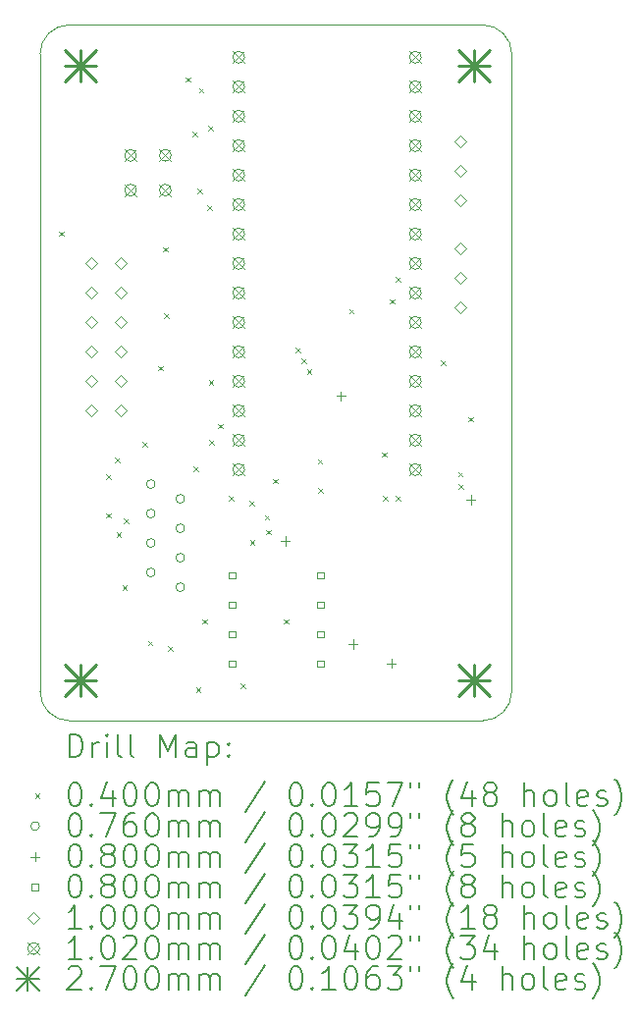
<source format=gbr>
%TF.GenerationSoftware,KiCad,Pcbnew,6.0.7*%
%TF.CreationDate,2022-09-24T12:22:22-05:00*%
%TF.ProjectId,Penguinator-Glue-Board,50656e67-7569-46e6-9174-6f722d476c75,rev?*%
%TF.SameCoordinates,Original*%
%TF.FileFunction,Drillmap*%
%TF.FilePolarity,Positive*%
%FSLAX45Y45*%
G04 Gerber Fmt 4.5, Leading zero omitted, Abs format (unit mm)*
G04 Created by KiCad (PCBNEW 6.0.7) date 2022-09-24 12:22:22*
%MOMM*%
%LPD*%
G01*
G04 APERTURE LIST*
%ADD10C,0.100000*%
%ADD11C,0.200000*%
%ADD12C,0.040000*%
%ADD13C,0.076000*%
%ADD14C,0.080000*%
%ADD15C,0.102000*%
%ADD16C,0.270000*%
G04 APERTURE END LIST*
D10*
X0Y-250000D02*
X0Y-5750000D01*
X4068220Y-250000D02*
G75*
G03*
X3818223Y0I-250000J0D01*
G01*
X250000Y-6000000D02*
X3818223Y-6000000D01*
X4068223Y-5750000D02*
X4068223Y-250000D01*
X250000Y0D02*
X3818223Y0D01*
X0Y-5750000D02*
G75*
G03*
X250000Y-6000000I250000J0D01*
G01*
X3818223Y-6000003D02*
G75*
G03*
X4068223Y-5750000I-3J250003D01*
G01*
X250000Y0D02*
G75*
G03*
X0Y-250000I0J-250000D01*
G01*
D11*
D12*
X165000Y-1780000D02*
X205000Y-1820000D01*
X205000Y-1780000D02*
X165000Y-1820000D01*
X567550Y-3875000D02*
X607550Y-3915000D01*
X607550Y-3875000D02*
X567550Y-3915000D01*
X570000Y-4210000D02*
X610000Y-4250000D01*
X610000Y-4210000D02*
X570000Y-4250000D01*
X645000Y-3730000D02*
X685000Y-3770000D01*
X685000Y-3730000D02*
X645000Y-3770000D01*
X657450Y-4376883D02*
X697450Y-4416883D01*
X697450Y-4376883D02*
X657450Y-4416883D01*
X710000Y-4835000D02*
X750000Y-4875000D01*
X750000Y-4835000D02*
X710000Y-4875000D01*
X723701Y-4255659D02*
X763701Y-4295659D01*
X763701Y-4255659D02*
X723701Y-4295659D01*
X882528Y-3597032D02*
X922528Y-3637032D01*
X922528Y-3597032D02*
X882528Y-3637032D01*
X930000Y-5310000D02*
X970000Y-5350000D01*
X970000Y-5310000D02*
X930000Y-5350000D01*
X1020000Y-2940000D02*
X1060000Y-2980000D01*
X1060000Y-2940000D02*
X1020000Y-2980000D01*
X1060000Y-1915000D02*
X1100000Y-1955000D01*
X1100000Y-1915000D02*
X1060000Y-1955000D01*
X1070000Y-2485000D02*
X1110000Y-2525000D01*
X1110000Y-2485000D02*
X1070000Y-2525000D01*
X1105000Y-5360000D02*
X1145000Y-5400000D01*
X1145000Y-5360000D02*
X1105000Y-5400000D01*
X1255000Y-450000D02*
X1295000Y-490000D01*
X1295000Y-450000D02*
X1255000Y-490000D01*
X1315000Y-920000D02*
X1355000Y-960000D01*
X1355000Y-920000D02*
X1315000Y-960000D01*
X1322550Y-3806311D02*
X1362550Y-3846311D01*
X1362550Y-3806311D02*
X1322550Y-3846311D01*
X1345000Y-5715000D02*
X1385000Y-5755000D01*
X1385000Y-5715000D02*
X1345000Y-5755000D01*
X1355000Y-1415000D02*
X1395000Y-1455000D01*
X1395000Y-1415000D02*
X1355000Y-1455000D01*
X1370000Y-545000D02*
X1410000Y-585000D01*
X1410000Y-545000D02*
X1370000Y-585000D01*
X1400000Y-5125000D02*
X1440000Y-5165000D01*
X1440000Y-5125000D02*
X1400000Y-5165000D01*
X1440000Y-1555000D02*
X1480000Y-1595000D01*
X1480000Y-1555000D02*
X1440000Y-1595000D01*
X1450000Y-870000D02*
X1490000Y-910000D01*
X1490000Y-870000D02*
X1450000Y-910000D01*
X1455000Y-3060000D02*
X1495000Y-3100000D01*
X1495000Y-3060000D02*
X1455000Y-3100000D01*
X1457550Y-3579720D02*
X1497550Y-3619720D01*
X1497550Y-3579720D02*
X1457550Y-3619720D01*
X1535000Y-3440000D02*
X1575000Y-3480000D01*
X1575000Y-3440000D02*
X1535000Y-3480000D01*
X1630000Y-4060000D02*
X1670000Y-4100000D01*
X1670000Y-4060000D02*
X1630000Y-4100000D01*
X1730000Y-5680000D02*
X1770000Y-5720000D01*
X1770000Y-5680000D02*
X1730000Y-5720000D01*
X1805000Y-4105000D02*
X1845000Y-4145000D01*
X1845000Y-4105000D02*
X1805000Y-4145000D01*
X1810000Y-4445000D02*
X1850000Y-4485000D01*
X1850000Y-4445000D02*
X1810000Y-4485000D01*
X1936921Y-4227610D02*
X1976921Y-4267610D01*
X1976921Y-4227610D02*
X1936921Y-4267610D01*
X1950000Y-4355000D02*
X1990000Y-4395000D01*
X1990000Y-4355000D02*
X1950000Y-4395000D01*
X2010000Y-3915000D02*
X2050000Y-3955000D01*
X2050000Y-3915000D02*
X2010000Y-3955000D01*
X2105000Y-5125000D02*
X2145000Y-5165000D01*
X2145000Y-5125000D02*
X2105000Y-5165000D01*
X2204032Y-2783257D02*
X2244032Y-2823257D01*
X2244032Y-2783257D02*
X2204032Y-2823257D01*
X2255000Y-2875000D02*
X2295000Y-2915000D01*
X2295000Y-2875000D02*
X2255000Y-2915000D01*
X2300000Y-2970000D02*
X2340000Y-3010000D01*
X2340000Y-2970000D02*
X2300000Y-3010000D01*
X2394417Y-3745412D02*
X2434417Y-3785412D01*
X2434417Y-3745412D02*
X2394417Y-3785412D01*
X2400000Y-3995000D02*
X2440000Y-4035000D01*
X2440000Y-3995000D02*
X2400000Y-4035000D01*
X2665000Y-2450000D02*
X2705000Y-2490000D01*
X2705000Y-2450000D02*
X2665000Y-2490000D01*
X2950000Y-3685000D02*
X2990000Y-3725000D01*
X2990000Y-3685000D02*
X2950000Y-3725000D01*
X2955951Y-4060482D02*
X2995951Y-4100482D01*
X2995951Y-4060482D02*
X2955951Y-4100482D01*
X3015000Y-2365000D02*
X3055000Y-2405000D01*
X3055000Y-2365000D02*
X3015000Y-2405000D01*
X3065000Y-2175000D02*
X3105000Y-2215000D01*
X3105000Y-2175000D02*
X3065000Y-2215000D01*
X3065000Y-4060000D02*
X3105000Y-4100000D01*
X3105000Y-4060000D02*
X3065000Y-4100000D01*
X3455000Y-2895000D02*
X3495000Y-2935000D01*
X3495000Y-2895000D02*
X3455000Y-2935000D01*
X3605000Y-3855000D02*
X3645000Y-3895000D01*
X3645000Y-3855000D02*
X3605000Y-3895000D01*
X3608465Y-3961065D02*
X3648465Y-4001065D01*
X3648465Y-3961065D02*
X3608465Y-4001065D01*
X3695000Y-3380000D02*
X3735000Y-3420000D01*
X3735000Y-3380000D02*
X3695000Y-3420000D01*
D13*
X993000Y-3960000D02*
G75*
G03*
X993000Y-3960000I-38000J0D01*
G01*
X993000Y-4214000D02*
G75*
G03*
X993000Y-4214000I-38000J0D01*
G01*
X993000Y-4468000D02*
G75*
G03*
X993000Y-4468000I-38000J0D01*
G01*
X993000Y-4722000D02*
G75*
G03*
X993000Y-4722000I-38000J0D01*
G01*
X1247000Y-4087000D02*
G75*
G03*
X1247000Y-4087000I-38000J0D01*
G01*
X1247000Y-4341000D02*
G75*
G03*
X1247000Y-4341000I-38000J0D01*
G01*
X1247000Y-4595000D02*
G75*
G03*
X1247000Y-4595000I-38000J0D01*
G01*
X1247000Y-4849000D02*
G75*
G03*
X1247000Y-4849000I-38000J0D01*
G01*
D14*
X2115000Y-4410000D02*
X2115000Y-4490000D01*
X2075000Y-4450000D02*
X2155000Y-4450000D01*
X2595000Y-3160000D02*
X2595000Y-3240000D01*
X2555000Y-3200000D02*
X2635000Y-3200000D01*
X2700000Y-5300000D02*
X2700000Y-5380000D01*
X2660000Y-5340000D02*
X2740000Y-5340000D01*
X3030000Y-5465000D02*
X3030000Y-5545000D01*
X2990000Y-5505000D02*
X3070000Y-5505000D01*
X3715000Y-4055000D02*
X3715000Y-4135000D01*
X3675000Y-4095000D02*
X3755000Y-4095000D01*
X1683784Y-4776285D02*
X1683784Y-4719716D01*
X1627215Y-4719716D01*
X1627215Y-4776285D01*
X1683784Y-4776285D01*
X1683784Y-5030285D02*
X1683784Y-4973716D01*
X1627215Y-4973716D01*
X1627215Y-5030285D01*
X1683784Y-5030285D01*
X1683784Y-5284285D02*
X1683784Y-5227716D01*
X1627215Y-5227716D01*
X1627215Y-5284285D01*
X1683784Y-5284285D01*
X1683784Y-5538285D02*
X1683784Y-5481716D01*
X1627215Y-5481716D01*
X1627215Y-5538285D01*
X1683784Y-5538285D01*
X2445785Y-4776285D02*
X2445785Y-4719716D01*
X2389216Y-4719716D01*
X2389216Y-4776285D01*
X2445785Y-4776285D01*
X2445785Y-5030285D02*
X2445785Y-4973716D01*
X2389216Y-4973716D01*
X2389216Y-5030285D01*
X2445785Y-5030285D01*
X2445785Y-5284285D02*
X2445785Y-5227716D01*
X2389216Y-5227716D01*
X2389216Y-5284285D01*
X2445785Y-5284285D01*
X2445785Y-5538285D02*
X2445785Y-5481716D01*
X2389216Y-5481716D01*
X2389216Y-5538285D01*
X2445785Y-5538285D01*
D10*
X442500Y-2105000D02*
X492500Y-2055000D01*
X442500Y-2005000D01*
X392500Y-2055000D01*
X442500Y-2105000D01*
X442500Y-2359000D02*
X492500Y-2309000D01*
X442500Y-2259000D01*
X392500Y-2309000D01*
X442500Y-2359000D01*
X442500Y-2613000D02*
X492500Y-2563000D01*
X442500Y-2513000D01*
X392500Y-2563000D01*
X442500Y-2613000D01*
X442500Y-2867000D02*
X492500Y-2817000D01*
X442500Y-2767000D01*
X392500Y-2817000D01*
X442500Y-2867000D01*
X442500Y-3121000D02*
X492500Y-3071000D01*
X442500Y-3021000D01*
X392500Y-3071000D01*
X442500Y-3121000D01*
X442500Y-3375000D02*
X492500Y-3325000D01*
X442500Y-3275000D01*
X392500Y-3325000D01*
X442500Y-3375000D01*
X696500Y-2105000D02*
X746500Y-2055000D01*
X696500Y-2005000D01*
X646500Y-2055000D01*
X696500Y-2105000D01*
X696500Y-2359000D02*
X746500Y-2309000D01*
X696500Y-2259000D01*
X646500Y-2309000D01*
X696500Y-2359000D01*
X696500Y-2613000D02*
X746500Y-2563000D01*
X696500Y-2513000D01*
X646500Y-2563000D01*
X696500Y-2613000D01*
X696500Y-2867000D02*
X746500Y-2817000D01*
X696500Y-2767000D01*
X646500Y-2817000D01*
X696500Y-2867000D01*
X696500Y-3121000D02*
X746500Y-3071000D01*
X696500Y-3021000D01*
X646500Y-3071000D01*
X696500Y-3121000D01*
X696500Y-3375000D02*
X746500Y-3325000D01*
X696500Y-3275000D01*
X646500Y-3325000D01*
X696500Y-3375000D01*
X3622500Y-1980000D02*
X3672500Y-1930000D01*
X3622500Y-1880000D01*
X3572500Y-1930000D01*
X3622500Y-1980000D01*
X3622500Y-2234000D02*
X3672500Y-2184000D01*
X3622500Y-2134000D01*
X3572500Y-2184000D01*
X3622500Y-2234000D01*
X3622500Y-2488000D02*
X3672500Y-2438000D01*
X3622500Y-2388000D01*
X3572500Y-2438000D01*
X3622500Y-2488000D01*
X3625000Y-1055000D02*
X3675000Y-1005000D01*
X3625000Y-955000D01*
X3575000Y-1005000D01*
X3625000Y-1055000D01*
X3625000Y-1309000D02*
X3675000Y-1259000D01*
X3625000Y-1209000D01*
X3575000Y-1259000D01*
X3625000Y-1309000D01*
X3625000Y-1563000D02*
X3675000Y-1513000D01*
X3625000Y-1463000D01*
X3575000Y-1513000D01*
X3625000Y-1563000D01*
D15*
X729000Y-1074000D02*
X831000Y-1176000D01*
X831000Y-1074000D02*
X729000Y-1176000D01*
X831000Y-1125000D02*
G75*
G03*
X831000Y-1125000I-51000J0D01*
G01*
X729000Y-1374000D02*
X831000Y-1476000D01*
X831000Y-1374000D02*
X729000Y-1476000D01*
X831000Y-1425000D02*
G75*
G03*
X831000Y-1425000I-51000J0D01*
G01*
X1029000Y-1074000D02*
X1131000Y-1176000D01*
X1131000Y-1074000D02*
X1029000Y-1176000D01*
X1131000Y-1125000D02*
G75*
G03*
X1131000Y-1125000I-51000J0D01*
G01*
X1029000Y-1374000D02*
X1131000Y-1476000D01*
X1131000Y-1374000D02*
X1029000Y-1476000D01*
X1131000Y-1425000D02*
G75*
G03*
X1131000Y-1425000I-51000J0D01*
G01*
X1662000Y-227500D02*
X1764000Y-329500D01*
X1764000Y-227500D02*
X1662000Y-329500D01*
X1764000Y-278500D02*
G75*
G03*
X1764000Y-278500I-51000J0D01*
G01*
X1662000Y-481500D02*
X1764000Y-583500D01*
X1764000Y-481500D02*
X1662000Y-583500D01*
X1764000Y-532500D02*
G75*
G03*
X1764000Y-532500I-51000J0D01*
G01*
X1662000Y-735500D02*
X1764000Y-837500D01*
X1764000Y-735500D02*
X1662000Y-837500D01*
X1764000Y-786500D02*
G75*
G03*
X1764000Y-786500I-51000J0D01*
G01*
X1662000Y-989500D02*
X1764000Y-1091500D01*
X1764000Y-989500D02*
X1662000Y-1091500D01*
X1764000Y-1040500D02*
G75*
G03*
X1764000Y-1040500I-51000J0D01*
G01*
X1662000Y-1243500D02*
X1764000Y-1345500D01*
X1764000Y-1243500D02*
X1662000Y-1345500D01*
X1764000Y-1294500D02*
G75*
G03*
X1764000Y-1294500I-51000J0D01*
G01*
X1662000Y-1497500D02*
X1764000Y-1599500D01*
X1764000Y-1497500D02*
X1662000Y-1599500D01*
X1764000Y-1548500D02*
G75*
G03*
X1764000Y-1548500I-51000J0D01*
G01*
X1662000Y-1751500D02*
X1764000Y-1853500D01*
X1764000Y-1751500D02*
X1662000Y-1853500D01*
X1764000Y-1802500D02*
G75*
G03*
X1764000Y-1802500I-51000J0D01*
G01*
X1662000Y-2005500D02*
X1764000Y-2107500D01*
X1764000Y-2005500D02*
X1662000Y-2107500D01*
X1764000Y-2056500D02*
G75*
G03*
X1764000Y-2056500I-51000J0D01*
G01*
X1662000Y-2259500D02*
X1764000Y-2361500D01*
X1764000Y-2259500D02*
X1662000Y-2361500D01*
X1764000Y-2310500D02*
G75*
G03*
X1764000Y-2310500I-51000J0D01*
G01*
X1662000Y-2513500D02*
X1764000Y-2615500D01*
X1764000Y-2513500D02*
X1662000Y-2615500D01*
X1764000Y-2564500D02*
G75*
G03*
X1764000Y-2564500I-51000J0D01*
G01*
X1662000Y-2767500D02*
X1764000Y-2869500D01*
X1764000Y-2767500D02*
X1662000Y-2869500D01*
X1764000Y-2818500D02*
G75*
G03*
X1764000Y-2818500I-51000J0D01*
G01*
X1662000Y-3021500D02*
X1764000Y-3123500D01*
X1764000Y-3021500D02*
X1662000Y-3123500D01*
X1764000Y-3072500D02*
G75*
G03*
X1764000Y-3072500I-51000J0D01*
G01*
X1662000Y-3275500D02*
X1764000Y-3377500D01*
X1764000Y-3275500D02*
X1662000Y-3377500D01*
X1764000Y-3326500D02*
G75*
G03*
X1764000Y-3326500I-51000J0D01*
G01*
X1662000Y-3529500D02*
X1764000Y-3631500D01*
X1764000Y-3529500D02*
X1662000Y-3631500D01*
X1764000Y-3580500D02*
G75*
G03*
X1764000Y-3580500I-51000J0D01*
G01*
X1662000Y-3783500D02*
X1764000Y-3885500D01*
X1764000Y-3783500D02*
X1662000Y-3885500D01*
X1764000Y-3834500D02*
G75*
G03*
X1764000Y-3834500I-51000J0D01*
G01*
X3186000Y-227500D02*
X3288000Y-329500D01*
X3288000Y-227500D02*
X3186000Y-329500D01*
X3288000Y-278500D02*
G75*
G03*
X3288000Y-278500I-51000J0D01*
G01*
X3186000Y-481500D02*
X3288000Y-583500D01*
X3288000Y-481500D02*
X3186000Y-583500D01*
X3288000Y-532500D02*
G75*
G03*
X3288000Y-532500I-51000J0D01*
G01*
X3186000Y-735500D02*
X3288000Y-837500D01*
X3288000Y-735500D02*
X3186000Y-837500D01*
X3288000Y-786500D02*
G75*
G03*
X3288000Y-786500I-51000J0D01*
G01*
X3186000Y-989500D02*
X3288000Y-1091500D01*
X3288000Y-989500D02*
X3186000Y-1091500D01*
X3288000Y-1040500D02*
G75*
G03*
X3288000Y-1040500I-51000J0D01*
G01*
X3186000Y-1243500D02*
X3288000Y-1345500D01*
X3288000Y-1243500D02*
X3186000Y-1345500D01*
X3288000Y-1294500D02*
G75*
G03*
X3288000Y-1294500I-51000J0D01*
G01*
X3186000Y-1497500D02*
X3288000Y-1599500D01*
X3288000Y-1497500D02*
X3186000Y-1599500D01*
X3288000Y-1548500D02*
G75*
G03*
X3288000Y-1548500I-51000J0D01*
G01*
X3186000Y-1751500D02*
X3288000Y-1853500D01*
X3288000Y-1751500D02*
X3186000Y-1853500D01*
X3288000Y-1802500D02*
G75*
G03*
X3288000Y-1802500I-51000J0D01*
G01*
X3186000Y-2005500D02*
X3288000Y-2107500D01*
X3288000Y-2005500D02*
X3186000Y-2107500D01*
X3288000Y-2056500D02*
G75*
G03*
X3288000Y-2056500I-51000J0D01*
G01*
X3186000Y-2259500D02*
X3288000Y-2361500D01*
X3288000Y-2259500D02*
X3186000Y-2361500D01*
X3288000Y-2310500D02*
G75*
G03*
X3288000Y-2310500I-51000J0D01*
G01*
X3186000Y-2513500D02*
X3288000Y-2615500D01*
X3288000Y-2513500D02*
X3186000Y-2615500D01*
X3288000Y-2564500D02*
G75*
G03*
X3288000Y-2564500I-51000J0D01*
G01*
X3186000Y-2767500D02*
X3288000Y-2869500D01*
X3288000Y-2767500D02*
X3186000Y-2869500D01*
X3288000Y-2818500D02*
G75*
G03*
X3288000Y-2818500I-51000J0D01*
G01*
X3186000Y-3021500D02*
X3288000Y-3123500D01*
X3288000Y-3021500D02*
X3186000Y-3123500D01*
X3288000Y-3072500D02*
G75*
G03*
X3288000Y-3072500I-51000J0D01*
G01*
X3186000Y-3275500D02*
X3288000Y-3377500D01*
X3288000Y-3275500D02*
X3186000Y-3377500D01*
X3288000Y-3326500D02*
G75*
G03*
X3288000Y-3326500I-51000J0D01*
G01*
X3186000Y-3529500D02*
X3288000Y-3631500D01*
X3288000Y-3529500D02*
X3186000Y-3631500D01*
X3288000Y-3580500D02*
G75*
G03*
X3288000Y-3580500I-51000J0D01*
G01*
X3186000Y-3783500D02*
X3288000Y-3885500D01*
X3288000Y-3783500D02*
X3186000Y-3885500D01*
X3288000Y-3834500D02*
G75*
G03*
X3288000Y-3834500I-51000J0D01*
G01*
D16*
X215000Y-215000D02*
X485000Y-485000D01*
X485000Y-215000D02*
X215000Y-485000D01*
X350000Y-215000D02*
X350000Y-485000D01*
X215000Y-350000D02*
X485000Y-350000D01*
X215000Y-5515000D02*
X485000Y-5785000D01*
X485000Y-5515000D02*
X215000Y-5785000D01*
X350000Y-5515000D02*
X350000Y-5785000D01*
X215000Y-5650000D02*
X485000Y-5650000D01*
X3605000Y-215000D02*
X3875000Y-485000D01*
X3875000Y-215000D02*
X3605000Y-485000D01*
X3740000Y-215000D02*
X3740000Y-485000D01*
X3605000Y-350000D02*
X3875000Y-350000D01*
X3605000Y-5515000D02*
X3875000Y-5785000D01*
X3875000Y-5515000D02*
X3605000Y-5785000D01*
X3740000Y-5515000D02*
X3740000Y-5785000D01*
X3605000Y-5650000D02*
X3875000Y-5650000D01*
D11*
X252619Y-6315476D02*
X252619Y-6115476D01*
X300238Y-6115476D01*
X328810Y-6125000D01*
X347857Y-6144048D01*
X357381Y-6163095D01*
X366905Y-6201190D01*
X366905Y-6229762D01*
X357381Y-6267857D01*
X347857Y-6286905D01*
X328810Y-6305952D01*
X300238Y-6315476D01*
X252619Y-6315476D01*
X452619Y-6315476D02*
X452619Y-6182143D01*
X452619Y-6220238D02*
X462143Y-6201190D01*
X471667Y-6191667D01*
X490714Y-6182143D01*
X509762Y-6182143D01*
X576429Y-6315476D02*
X576429Y-6182143D01*
X576429Y-6115476D02*
X566905Y-6125000D01*
X576429Y-6134524D01*
X585952Y-6125000D01*
X576429Y-6115476D01*
X576429Y-6134524D01*
X700238Y-6315476D02*
X681190Y-6305952D01*
X671667Y-6286905D01*
X671667Y-6115476D01*
X805000Y-6315476D02*
X785952Y-6305952D01*
X776428Y-6286905D01*
X776428Y-6115476D01*
X1033571Y-6315476D02*
X1033571Y-6115476D01*
X1100238Y-6258333D01*
X1166905Y-6115476D01*
X1166905Y-6315476D01*
X1347857Y-6315476D02*
X1347857Y-6210714D01*
X1338333Y-6191667D01*
X1319286Y-6182143D01*
X1281190Y-6182143D01*
X1262143Y-6191667D01*
X1347857Y-6305952D02*
X1328810Y-6315476D01*
X1281190Y-6315476D01*
X1262143Y-6305952D01*
X1252619Y-6286905D01*
X1252619Y-6267857D01*
X1262143Y-6248809D01*
X1281190Y-6239286D01*
X1328810Y-6239286D01*
X1347857Y-6229762D01*
X1443095Y-6182143D02*
X1443095Y-6382143D01*
X1443095Y-6191667D02*
X1462143Y-6182143D01*
X1500238Y-6182143D01*
X1519286Y-6191667D01*
X1528809Y-6201190D01*
X1538333Y-6220238D01*
X1538333Y-6277381D01*
X1528809Y-6296428D01*
X1519286Y-6305952D01*
X1500238Y-6315476D01*
X1462143Y-6315476D01*
X1443095Y-6305952D01*
X1624048Y-6296428D02*
X1633571Y-6305952D01*
X1624048Y-6315476D01*
X1614524Y-6305952D01*
X1624048Y-6296428D01*
X1624048Y-6315476D01*
X1624048Y-6191667D02*
X1633571Y-6201190D01*
X1624048Y-6210714D01*
X1614524Y-6201190D01*
X1624048Y-6191667D01*
X1624048Y-6210714D01*
D12*
X-45000Y-6625000D02*
X-5000Y-6665000D01*
X-5000Y-6625000D02*
X-45000Y-6665000D01*
D11*
X290714Y-6535476D02*
X309762Y-6535476D01*
X328810Y-6545000D01*
X338333Y-6554524D01*
X347857Y-6573571D01*
X357381Y-6611667D01*
X357381Y-6659286D01*
X347857Y-6697381D01*
X338333Y-6716428D01*
X328810Y-6725952D01*
X309762Y-6735476D01*
X290714Y-6735476D01*
X271667Y-6725952D01*
X262143Y-6716428D01*
X252619Y-6697381D01*
X243095Y-6659286D01*
X243095Y-6611667D01*
X252619Y-6573571D01*
X262143Y-6554524D01*
X271667Y-6545000D01*
X290714Y-6535476D01*
X443095Y-6716428D02*
X452619Y-6725952D01*
X443095Y-6735476D01*
X433571Y-6725952D01*
X443095Y-6716428D01*
X443095Y-6735476D01*
X624048Y-6602143D02*
X624048Y-6735476D01*
X576429Y-6525952D02*
X528810Y-6668809D01*
X652619Y-6668809D01*
X766905Y-6535476D02*
X785952Y-6535476D01*
X805000Y-6545000D01*
X814524Y-6554524D01*
X824048Y-6573571D01*
X833571Y-6611667D01*
X833571Y-6659286D01*
X824048Y-6697381D01*
X814524Y-6716428D01*
X805000Y-6725952D01*
X785952Y-6735476D01*
X766905Y-6735476D01*
X747857Y-6725952D01*
X738333Y-6716428D01*
X728809Y-6697381D01*
X719286Y-6659286D01*
X719286Y-6611667D01*
X728809Y-6573571D01*
X738333Y-6554524D01*
X747857Y-6545000D01*
X766905Y-6535476D01*
X957381Y-6535476D02*
X976428Y-6535476D01*
X995476Y-6545000D01*
X1005000Y-6554524D01*
X1014524Y-6573571D01*
X1024048Y-6611667D01*
X1024048Y-6659286D01*
X1014524Y-6697381D01*
X1005000Y-6716428D01*
X995476Y-6725952D01*
X976428Y-6735476D01*
X957381Y-6735476D01*
X938333Y-6725952D01*
X928809Y-6716428D01*
X919286Y-6697381D01*
X909762Y-6659286D01*
X909762Y-6611667D01*
X919286Y-6573571D01*
X928809Y-6554524D01*
X938333Y-6545000D01*
X957381Y-6535476D01*
X1109762Y-6735476D02*
X1109762Y-6602143D01*
X1109762Y-6621190D02*
X1119286Y-6611667D01*
X1138333Y-6602143D01*
X1166905Y-6602143D01*
X1185952Y-6611667D01*
X1195476Y-6630714D01*
X1195476Y-6735476D01*
X1195476Y-6630714D02*
X1205000Y-6611667D01*
X1224048Y-6602143D01*
X1252619Y-6602143D01*
X1271667Y-6611667D01*
X1281190Y-6630714D01*
X1281190Y-6735476D01*
X1376429Y-6735476D02*
X1376429Y-6602143D01*
X1376429Y-6621190D02*
X1385952Y-6611667D01*
X1405000Y-6602143D01*
X1433571Y-6602143D01*
X1452619Y-6611667D01*
X1462143Y-6630714D01*
X1462143Y-6735476D01*
X1462143Y-6630714D02*
X1471667Y-6611667D01*
X1490714Y-6602143D01*
X1519286Y-6602143D01*
X1538333Y-6611667D01*
X1547857Y-6630714D01*
X1547857Y-6735476D01*
X1938333Y-6525952D02*
X1766905Y-6783095D01*
X2195476Y-6535476D02*
X2214524Y-6535476D01*
X2233571Y-6545000D01*
X2243095Y-6554524D01*
X2252619Y-6573571D01*
X2262143Y-6611667D01*
X2262143Y-6659286D01*
X2252619Y-6697381D01*
X2243095Y-6716428D01*
X2233571Y-6725952D01*
X2214524Y-6735476D01*
X2195476Y-6735476D01*
X2176429Y-6725952D01*
X2166905Y-6716428D01*
X2157381Y-6697381D01*
X2147857Y-6659286D01*
X2147857Y-6611667D01*
X2157381Y-6573571D01*
X2166905Y-6554524D01*
X2176429Y-6545000D01*
X2195476Y-6535476D01*
X2347857Y-6716428D02*
X2357381Y-6725952D01*
X2347857Y-6735476D01*
X2338333Y-6725952D01*
X2347857Y-6716428D01*
X2347857Y-6735476D01*
X2481190Y-6535476D02*
X2500238Y-6535476D01*
X2519286Y-6545000D01*
X2528810Y-6554524D01*
X2538333Y-6573571D01*
X2547857Y-6611667D01*
X2547857Y-6659286D01*
X2538333Y-6697381D01*
X2528810Y-6716428D01*
X2519286Y-6725952D01*
X2500238Y-6735476D01*
X2481190Y-6735476D01*
X2462143Y-6725952D01*
X2452619Y-6716428D01*
X2443095Y-6697381D01*
X2433571Y-6659286D01*
X2433571Y-6611667D01*
X2443095Y-6573571D01*
X2452619Y-6554524D01*
X2462143Y-6545000D01*
X2481190Y-6535476D01*
X2738333Y-6735476D02*
X2624048Y-6735476D01*
X2681190Y-6735476D02*
X2681190Y-6535476D01*
X2662143Y-6564048D01*
X2643095Y-6583095D01*
X2624048Y-6592619D01*
X2919286Y-6535476D02*
X2824048Y-6535476D01*
X2814524Y-6630714D01*
X2824048Y-6621190D01*
X2843095Y-6611667D01*
X2890714Y-6611667D01*
X2909762Y-6621190D01*
X2919286Y-6630714D01*
X2928809Y-6649762D01*
X2928809Y-6697381D01*
X2919286Y-6716428D01*
X2909762Y-6725952D01*
X2890714Y-6735476D01*
X2843095Y-6735476D01*
X2824048Y-6725952D01*
X2814524Y-6716428D01*
X2995476Y-6535476D02*
X3128809Y-6535476D01*
X3043095Y-6735476D01*
X3195476Y-6535476D02*
X3195476Y-6573571D01*
X3271667Y-6535476D02*
X3271667Y-6573571D01*
X3566905Y-6811667D02*
X3557381Y-6802143D01*
X3538333Y-6773571D01*
X3528809Y-6754524D01*
X3519286Y-6725952D01*
X3509762Y-6678333D01*
X3509762Y-6640238D01*
X3519286Y-6592619D01*
X3528809Y-6564048D01*
X3538333Y-6545000D01*
X3557381Y-6516428D01*
X3566905Y-6506905D01*
X3728809Y-6602143D02*
X3728809Y-6735476D01*
X3681190Y-6525952D02*
X3633571Y-6668809D01*
X3757381Y-6668809D01*
X3862143Y-6621190D02*
X3843095Y-6611667D01*
X3833571Y-6602143D01*
X3824048Y-6583095D01*
X3824048Y-6573571D01*
X3833571Y-6554524D01*
X3843095Y-6545000D01*
X3862143Y-6535476D01*
X3900238Y-6535476D01*
X3919286Y-6545000D01*
X3928809Y-6554524D01*
X3938333Y-6573571D01*
X3938333Y-6583095D01*
X3928809Y-6602143D01*
X3919286Y-6611667D01*
X3900238Y-6621190D01*
X3862143Y-6621190D01*
X3843095Y-6630714D01*
X3833571Y-6640238D01*
X3824048Y-6659286D01*
X3824048Y-6697381D01*
X3833571Y-6716428D01*
X3843095Y-6725952D01*
X3862143Y-6735476D01*
X3900238Y-6735476D01*
X3919286Y-6725952D01*
X3928809Y-6716428D01*
X3938333Y-6697381D01*
X3938333Y-6659286D01*
X3928809Y-6640238D01*
X3919286Y-6630714D01*
X3900238Y-6621190D01*
X4176428Y-6735476D02*
X4176428Y-6535476D01*
X4262143Y-6735476D02*
X4262143Y-6630714D01*
X4252619Y-6611667D01*
X4233571Y-6602143D01*
X4205000Y-6602143D01*
X4185952Y-6611667D01*
X4176428Y-6621190D01*
X4385952Y-6735476D02*
X4366905Y-6725952D01*
X4357381Y-6716428D01*
X4347857Y-6697381D01*
X4347857Y-6640238D01*
X4357381Y-6621190D01*
X4366905Y-6611667D01*
X4385952Y-6602143D01*
X4414524Y-6602143D01*
X4433571Y-6611667D01*
X4443095Y-6621190D01*
X4452619Y-6640238D01*
X4452619Y-6697381D01*
X4443095Y-6716428D01*
X4433571Y-6725952D01*
X4414524Y-6735476D01*
X4385952Y-6735476D01*
X4566905Y-6735476D02*
X4547857Y-6725952D01*
X4538333Y-6706905D01*
X4538333Y-6535476D01*
X4719286Y-6725952D02*
X4700238Y-6735476D01*
X4662143Y-6735476D01*
X4643095Y-6725952D01*
X4633571Y-6706905D01*
X4633571Y-6630714D01*
X4643095Y-6611667D01*
X4662143Y-6602143D01*
X4700238Y-6602143D01*
X4719286Y-6611667D01*
X4728810Y-6630714D01*
X4728810Y-6649762D01*
X4633571Y-6668809D01*
X4805000Y-6725952D02*
X4824048Y-6735476D01*
X4862143Y-6735476D01*
X4881190Y-6725952D01*
X4890714Y-6706905D01*
X4890714Y-6697381D01*
X4881190Y-6678333D01*
X4862143Y-6668809D01*
X4833571Y-6668809D01*
X4814524Y-6659286D01*
X4805000Y-6640238D01*
X4805000Y-6630714D01*
X4814524Y-6611667D01*
X4833571Y-6602143D01*
X4862143Y-6602143D01*
X4881190Y-6611667D01*
X4957381Y-6811667D02*
X4966905Y-6802143D01*
X4985952Y-6773571D01*
X4995476Y-6754524D01*
X5005000Y-6725952D01*
X5014524Y-6678333D01*
X5014524Y-6640238D01*
X5005000Y-6592619D01*
X4995476Y-6564048D01*
X4985952Y-6545000D01*
X4966905Y-6516428D01*
X4957381Y-6506905D01*
D13*
X-5000Y-6909000D02*
G75*
G03*
X-5000Y-6909000I-38000J0D01*
G01*
D11*
X290714Y-6799476D02*
X309762Y-6799476D01*
X328810Y-6809000D01*
X338333Y-6818524D01*
X347857Y-6837571D01*
X357381Y-6875667D01*
X357381Y-6923286D01*
X347857Y-6961381D01*
X338333Y-6980428D01*
X328810Y-6989952D01*
X309762Y-6999476D01*
X290714Y-6999476D01*
X271667Y-6989952D01*
X262143Y-6980428D01*
X252619Y-6961381D01*
X243095Y-6923286D01*
X243095Y-6875667D01*
X252619Y-6837571D01*
X262143Y-6818524D01*
X271667Y-6809000D01*
X290714Y-6799476D01*
X443095Y-6980428D02*
X452619Y-6989952D01*
X443095Y-6999476D01*
X433571Y-6989952D01*
X443095Y-6980428D01*
X443095Y-6999476D01*
X519286Y-6799476D02*
X652619Y-6799476D01*
X566905Y-6999476D01*
X814524Y-6799476D02*
X776428Y-6799476D01*
X757381Y-6809000D01*
X747857Y-6818524D01*
X728809Y-6847095D01*
X719286Y-6885190D01*
X719286Y-6961381D01*
X728809Y-6980428D01*
X738333Y-6989952D01*
X757381Y-6999476D01*
X795476Y-6999476D01*
X814524Y-6989952D01*
X824048Y-6980428D01*
X833571Y-6961381D01*
X833571Y-6913762D01*
X824048Y-6894714D01*
X814524Y-6885190D01*
X795476Y-6875667D01*
X757381Y-6875667D01*
X738333Y-6885190D01*
X728809Y-6894714D01*
X719286Y-6913762D01*
X957381Y-6799476D02*
X976428Y-6799476D01*
X995476Y-6809000D01*
X1005000Y-6818524D01*
X1014524Y-6837571D01*
X1024048Y-6875667D01*
X1024048Y-6923286D01*
X1014524Y-6961381D01*
X1005000Y-6980428D01*
X995476Y-6989952D01*
X976428Y-6999476D01*
X957381Y-6999476D01*
X938333Y-6989952D01*
X928809Y-6980428D01*
X919286Y-6961381D01*
X909762Y-6923286D01*
X909762Y-6875667D01*
X919286Y-6837571D01*
X928809Y-6818524D01*
X938333Y-6809000D01*
X957381Y-6799476D01*
X1109762Y-6999476D02*
X1109762Y-6866143D01*
X1109762Y-6885190D02*
X1119286Y-6875667D01*
X1138333Y-6866143D01*
X1166905Y-6866143D01*
X1185952Y-6875667D01*
X1195476Y-6894714D01*
X1195476Y-6999476D01*
X1195476Y-6894714D02*
X1205000Y-6875667D01*
X1224048Y-6866143D01*
X1252619Y-6866143D01*
X1271667Y-6875667D01*
X1281190Y-6894714D01*
X1281190Y-6999476D01*
X1376429Y-6999476D02*
X1376429Y-6866143D01*
X1376429Y-6885190D02*
X1385952Y-6875667D01*
X1405000Y-6866143D01*
X1433571Y-6866143D01*
X1452619Y-6875667D01*
X1462143Y-6894714D01*
X1462143Y-6999476D01*
X1462143Y-6894714D02*
X1471667Y-6875667D01*
X1490714Y-6866143D01*
X1519286Y-6866143D01*
X1538333Y-6875667D01*
X1547857Y-6894714D01*
X1547857Y-6999476D01*
X1938333Y-6789952D02*
X1766905Y-7047095D01*
X2195476Y-6799476D02*
X2214524Y-6799476D01*
X2233571Y-6809000D01*
X2243095Y-6818524D01*
X2252619Y-6837571D01*
X2262143Y-6875667D01*
X2262143Y-6923286D01*
X2252619Y-6961381D01*
X2243095Y-6980428D01*
X2233571Y-6989952D01*
X2214524Y-6999476D01*
X2195476Y-6999476D01*
X2176429Y-6989952D01*
X2166905Y-6980428D01*
X2157381Y-6961381D01*
X2147857Y-6923286D01*
X2147857Y-6875667D01*
X2157381Y-6837571D01*
X2166905Y-6818524D01*
X2176429Y-6809000D01*
X2195476Y-6799476D01*
X2347857Y-6980428D02*
X2357381Y-6989952D01*
X2347857Y-6999476D01*
X2338333Y-6989952D01*
X2347857Y-6980428D01*
X2347857Y-6999476D01*
X2481190Y-6799476D02*
X2500238Y-6799476D01*
X2519286Y-6809000D01*
X2528810Y-6818524D01*
X2538333Y-6837571D01*
X2547857Y-6875667D01*
X2547857Y-6923286D01*
X2538333Y-6961381D01*
X2528810Y-6980428D01*
X2519286Y-6989952D01*
X2500238Y-6999476D01*
X2481190Y-6999476D01*
X2462143Y-6989952D01*
X2452619Y-6980428D01*
X2443095Y-6961381D01*
X2433571Y-6923286D01*
X2433571Y-6875667D01*
X2443095Y-6837571D01*
X2452619Y-6818524D01*
X2462143Y-6809000D01*
X2481190Y-6799476D01*
X2624048Y-6818524D02*
X2633571Y-6809000D01*
X2652619Y-6799476D01*
X2700238Y-6799476D01*
X2719286Y-6809000D01*
X2728810Y-6818524D01*
X2738333Y-6837571D01*
X2738333Y-6856619D01*
X2728810Y-6885190D01*
X2614524Y-6999476D01*
X2738333Y-6999476D01*
X2833571Y-6999476D02*
X2871667Y-6999476D01*
X2890714Y-6989952D01*
X2900238Y-6980428D01*
X2919286Y-6951857D01*
X2928809Y-6913762D01*
X2928809Y-6837571D01*
X2919286Y-6818524D01*
X2909762Y-6809000D01*
X2890714Y-6799476D01*
X2852619Y-6799476D01*
X2833571Y-6809000D01*
X2824048Y-6818524D01*
X2814524Y-6837571D01*
X2814524Y-6885190D01*
X2824048Y-6904238D01*
X2833571Y-6913762D01*
X2852619Y-6923286D01*
X2890714Y-6923286D01*
X2909762Y-6913762D01*
X2919286Y-6904238D01*
X2928809Y-6885190D01*
X3024048Y-6999476D02*
X3062143Y-6999476D01*
X3081190Y-6989952D01*
X3090714Y-6980428D01*
X3109762Y-6951857D01*
X3119286Y-6913762D01*
X3119286Y-6837571D01*
X3109762Y-6818524D01*
X3100238Y-6809000D01*
X3081190Y-6799476D01*
X3043095Y-6799476D01*
X3024048Y-6809000D01*
X3014524Y-6818524D01*
X3005000Y-6837571D01*
X3005000Y-6885190D01*
X3014524Y-6904238D01*
X3024048Y-6913762D01*
X3043095Y-6923286D01*
X3081190Y-6923286D01*
X3100238Y-6913762D01*
X3109762Y-6904238D01*
X3119286Y-6885190D01*
X3195476Y-6799476D02*
X3195476Y-6837571D01*
X3271667Y-6799476D02*
X3271667Y-6837571D01*
X3566905Y-7075667D02*
X3557381Y-7066143D01*
X3538333Y-7037571D01*
X3528809Y-7018524D01*
X3519286Y-6989952D01*
X3509762Y-6942333D01*
X3509762Y-6904238D01*
X3519286Y-6856619D01*
X3528809Y-6828048D01*
X3538333Y-6809000D01*
X3557381Y-6780428D01*
X3566905Y-6770905D01*
X3671667Y-6885190D02*
X3652619Y-6875667D01*
X3643095Y-6866143D01*
X3633571Y-6847095D01*
X3633571Y-6837571D01*
X3643095Y-6818524D01*
X3652619Y-6809000D01*
X3671667Y-6799476D01*
X3709762Y-6799476D01*
X3728809Y-6809000D01*
X3738333Y-6818524D01*
X3747857Y-6837571D01*
X3747857Y-6847095D01*
X3738333Y-6866143D01*
X3728809Y-6875667D01*
X3709762Y-6885190D01*
X3671667Y-6885190D01*
X3652619Y-6894714D01*
X3643095Y-6904238D01*
X3633571Y-6923286D01*
X3633571Y-6961381D01*
X3643095Y-6980428D01*
X3652619Y-6989952D01*
X3671667Y-6999476D01*
X3709762Y-6999476D01*
X3728809Y-6989952D01*
X3738333Y-6980428D01*
X3747857Y-6961381D01*
X3747857Y-6923286D01*
X3738333Y-6904238D01*
X3728809Y-6894714D01*
X3709762Y-6885190D01*
X3985952Y-6999476D02*
X3985952Y-6799476D01*
X4071667Y-6999476D02*
X4071667Y-6894714D01*
X4062143Y-6875667D01*
X4043095Y-6866143D01*
X4014524Y-6866143D01*
X3995476Y-6875667D01*
X3985952Y-6885190D01*
X4195476Y-6999476D02*
X4176428Y-6989952D01*
X4166905Y-6980428D01*
X4157381Y-6961381D01*
X4157381Y-6904238D01*
X4166905Y-6885190D01*
X4176428Y-6875667D01*
X4195476Y-6866143D01*
X4224048Y-6866143D01*
X4243095Y-6875667D01*
X4252619Y-6885190D01*
X4262143Y-6904238D01*
X4262143Y-6961381D01*
X4252619Y-6980428D01*
X4243095Y-6989952D01*
X4224048Y-6999476D01*
X4195476Y-6999476D01*
X4376429Y-6999476D02*
X4357381Y-6989952D01*
X4347857Y-6970905D01*
X4347857Y-6799476D01*
X4528810Y-6989952D02*
X4509762Y-6999476D01*
X4471667Y-6999476D01*
X4452619Y-6989952D01*
X4443095Y-6970905D01*
X4443095Y-6894714D01*
X4452619Y-6875667D01*
X4471667Y-6866143D01*
X4509762Y-6866143D01*
X4528810Y-6875667D01*
X4538333Y-6894714D01*
X4538333Y-6913762D01*
X4443095Y-6932809D01*
X4614524Y-6989952D02*
X4633571Y-6999476D01*
X4671667Y-6999476D01*
X4690714Y-6989952D01*
X4700238Y-6970905D01*
X4700238Y-6961381D01*
X4690714Y-6942333D01*
X4671667Y-6932809D01*
X4643095Y-6932809D01*
X4624048Y-6923286D01*
X4614524Y-6904238D01*
X4614524Y-6894714D01*
X4624048Y-6875667D01*
X4643095Y-6866143D01*
X4671667Y-6866143D01*
X4690714Y-6875667D01*
X4766905Y-7075667D02*
X4776429Y-7066143D01*
X4795476Y-7037571D01*
X4805000Y-7018524D01*
X4814524Y-6989952D01*
X4824048Y-6942333D01*
X4824048Y-6904238D01*
X4814524Y-6856619D01*
X4805000Y-6828048D01*
X4795476Y-6809000D01*
X4776429Y-6780428D01*
X4766905Y-6770905D01*
D14*
X-45000Y-7133000D02*
X-45000Y-7213000D01*
X-85000Y-7173000D02*
X-5000Y-7173000D01*
D11*
X290714Y-7063476D02*
X309762Y-7063476D01*
X328810Y-7073000D01*
X338333Y-7082524D01*
X347857Y-7101571D01*
X357381Y-7139667D01*
X357381Y-7187286D01*
X347857Y-7225381D01*
X338333Y-7244428D01*
X328810Y-7253952D01*
X309762Y-7263476D01*
X290714Y-7263476D01*
X271667Y-7253952D01*
X262143Y-7244428D01*
X252619Y-7225381D01*
X243095Y-7187286D01*
X243095Y-7139667D01*
X252619Y-7101571D01*
X262143Y-7082524D01*
X271667Y-7073000D01*
X290714Y-7063476D01*
X443095Y-7244428D02*
X452619Y-7253952D01*
X443095Y-7263476D01*
X433571Y-7253952D01*
X443095Y-7244428D01*
X443095Y-7263476D01*
X566905Y-7149190D02*
X547857Y-7139667D01*
X538333Y-7130143D01*
X528810Y-7111095D01*
X528810Y-7101571D01*
X538333Y-7082524D01*
X547857Y-7073000D01*
X566905Y-7063476D01*
X605000Y-7063476D01*
X624048Y-7073000D01*
X633571Y-7082524D01*
X643095Y-7101571D01*
X643095Y-7111095D01*
X633571Y-7130143D01*
X624048Y-7139667D01*
X605000Y-7149190D01*
X566905Y-7149190D01*
X547857Y-7158714D01*
X538333Y-7168238D01*
X528810Y-7187286D01*
X528810Y-7225381D01*
X538333Y-7244428D01*
X547857Y-7253952D01*
X566905Y-7263476D01*
X605000Y-7263476D01*
X624048Y-7253952D01*
X633571Y-7244428D01*
X643095Y-7225381D01*
X643095Y-7187286D01*
X633571Y-7168238D01*
X624048Y-7158714D01*
X605000Y-7149190D01*
X766905Y-7063476D02*
X785952Y-7063476D01*
X805000Y-7073000D01*
X814524Y-7082524D01*
X824048Y-7101571D01*
X833571Y-7139667D01*
X833571Y-7187286D01*
X824048Y-7225381D01*
X814524Y-7244428D01*
X805000Y-7253952D01*
X785952Y-7263476D01*
X766905Y-7263476D01*
X747857Y-7253952D01*
X738333Y-7244428D01*
X728809Y-7225381D01*
X719286Y-7187286D01*
X719286Y-7139667D01*
X728809Y-7101571D01*
X738333Y-7082524D01*
X747857Y-7073000D01*
X766905Y-7063476D01*
X957381Y-7063476D02*
X976428Y-7063476D01*
X995476Y-7073000D01*
X1005000Y-7082524D01*
X1014524Y-7101571D01*
X1024048Y-7139667D01*
X1024048Y-7187286D01*
X1014524Y-7225381D01*
X1005000Y-7244428D01*
X995476Y-7253952D01*
X976428Y-7263476D01*
X957381Y-7263476D01*
X938333Y-7253952D01*
X928809Y-7244428D01*
X919286Y-7225381D01*
X909762Y-7187286D01*
X909762Y-7139667D01*
X919286Y-7101571D01*
X928809Y-7082524D01*
X938333Y-7073000D01*
X957381Y-7063476D01*
X1109762Y-7263476D02*
X1109762Y-7130143D01*
X1109762Y-7149190D02*
X1119286Y-7139667D01*
X1138333Y-7130143D01*
X1166905Y-7130143D01*
X1185952Y-7139667D01*
X1195476Y-7158714D01*
X1195476Y-7263476D01*
X1195476Y-7158714D02*
X1205000Y-7139667D01*
X1224048Y-7130143D01*
X1252619Y-7130143D01*
X1271667Y-7139667D01*
X1281190Y-7158714D01*
X1281190Y-7263476D01*
X1376429Y-7263476D02*
X1376429Y-7130143D01*
X1376429Y-7149190D02*
X1385952Y-7139667D01*
X1405000Y-7130143D01*
X1433571Y-7130143D01*
X1452619Y-7139667D01*
X1462143Y-7158714D01*
X1462143Y-7263476D01*
X1462143Y-7158714D02*
X1471667Y-7139667D01*
X1490714Y-7130143D01*
X1519286Y-7130143D01*
X1538333Y-7139667D01*
X1547857Y-7158714D01*
X1547857Y-7263476D01*
X1938333Y-7053952D02*
X1766905Y-7311095D01*
X2195476Y-7063476D02*
X2214524Y-7063476D01*
X2233571Y-7073000D01*
X2243095Y-7082524D01*
X2252619Y-7101571D01*
X2262143Y-7139667D01*
X2262143Y-7187286D01*
X2252619Y-7225381D01*
X2243095Y-7244428D01*
X2233571Y-7253952D01*
X2214524Y-7263476D01*
X2195476Y-7263476D01*
X2176429Y-7253952D01*
X2166905Y-7244428D01*
X2157381Y-7225381D01*
X2147857Y-7187286D01*
X2147857Y-7139667D01*
X2157381Y-7101571D01*
X2166905Y-7082524D01*
X2176429Y-7073000D01*
X2195476Y-7063476D01*
X2347857Y-7244428D02*
X2357381Y-7253952D01*
X2347857Y-7263476D01*
X2338333Y-7253952D01*
X2347857Y-7244428D01*
X2347857Y-7263476D01*
X2481190Y-7063476D02*
X2500238Y-7063476D01*
X2519286Y-7073000D01*
X2528810Y-7082524D01*
X2538333Y-7101571D01*
X2547857Y-7139667D01*
X2547857Y-7187286D01*
X2538333Y-7225381D01*
X2528810Y-7244428D01*
X2519286Y-7253952D01*
X2500238Y-7263476D01*
X2481190Y-7263476D01*
X2462143Y-7253952D01*
X2452619Y-7244428D01*
X2443095Y-7225381D01*
X2433571Y-7187286D01*
X2433571Y-7139667D01*
X2443095Y-7101571D01*
X2452619Y-7082524D01*
X2462143Y-7073000D01*
X2481190Y-7063476D01*
X2614524Y-7063476D02*
X2738333Y-7063476D01*
X2671667Y-7139667D01*
X2700238Y-7139667D01*
X2719286Y-7149190D01*
X2728810Y-7158714D01*
X2738333Y-7177762D01*
X2738333Y-7225381D01*
X2728810Y-7244428D01*
X2719286Y-7253952D01*
X2700238Y-7263476D01*
X2643095Y-7263476D01*
X2624048Y-7253952D01*
X2614524Y-7244428D01*
X2928809Y-7263476D02*
X2814524Y-7263476D01*
X2871667Y-7263476D02*
X2871667Y-7063476D01*
X2852619Y-7092048D01*
X2833571Y-7111095D01*
X2814524Y-7120619D01*
X3109762Y-7063476D02*
X3014524Y-7063476D01*
X3005000Y-7158714D01*
X3014524Y-7149190D01*
X3033571Y-7139667D01*
X3081190Y-7139667D01*
X3100238Y-7149190D01*
X3109762Y-7158714D01*
X3119286Y-7177762D01*
X3119286Y-7225381D01*
X3109762Y-7244428D01*
X3100238Y-7253952D01*
X3081190Y-7263476D01*
X3033571Y-7263476D01*
X3014524Y-7253952D01*
X3005000Y-7244428D01*
X3195476Y-7063476D02*
X3195476Y-7101571D01*
X3271667Y-7063476D02*
X3271667Y-7101571D01*
X3566905Y-7339667D02*
X3557381Y-7330143D01*
X3538333Y-7301571D01*
X3528809Y-7282524D01*
X3519286Y-7253952D01*
X3509762Y-7206333D01*
X3509762Y-7168238D01*
X3519286Y-7120619D01*
X3528809Y-7092048D01*
X3538333Y-7073000D01*
X3557381Y-7044428D01*
X3566905Y-7034905D01*
X3738333Y-7063476D02*
X3643095Y-7063476D01*
X3633571Y-7158714D01*
X3643095Y-7149190D01*
X3662143Y-7139667D01*
X3709762Y-7139667D01*
X3728809Y-7149190D01*
X3738333Y-7158714D01*
X3747857Y-7177762D01*
X3747857Y-7225381D01*
X3738333Y-7244428D01*
X3728809Y-7253952D01*
X3709762Y-7263476D01*
X3662143Y-7263476D01*
X3643095Y-7253952D01*
X3633571Y-7244428D01*
X3985952Y-7263476D02*
X3985952Y-7063476D01*
X4071667Y-7263476D02*
X4071667Y-7158714D01*
X4062143Y-7139667D01*
X4043095Y-7130143D01*
X4014524Y-7130143D01*
X3995476Y-7139667D01*
X3985952Y-7149190D01*
X4195476Y-7263476D02*
X4176428Y-7253952D01*
X4166905Y-7244428D01*
X4157381Y-7225381D01*
X4157381Y-7168238D01*
X4166905Y-7149190D01*
X4176428Y-7139667D01*
X4195476Y-7130143D01*
X4224048Y-7130143D01*
X4243095Y-7139667D01*
X4252619Y-7149190D01*
X4262143Y-7168238D01*
X4262143Y-7225381D01*
X4252619Y-7244428D01*
X4243095Y-7253952D01*
X4224048Y-7263476D01*
X4195476Y-7263476D01*
X4376429Y-7263476D02*
X4357381Y-7253952D01*
X4347857Y-7234905D01*
X4347857Y-7063476D01*
X4528810Y-7253952D02*
X4509762Y-7263476D01*
X4471667Y-7263476D01*
X4452619Y-7253952D01*
X4443095Y-7234905D01*
X4443095Y-7158714D01*
X4452619Y-7139667D01*
X4471667Y-7130143D01*
X4509762Y-7130143D01*
X4528810Y-7139667D01*
X4538333Y-7158714D01*
X4538333Y-7177762D01*
X4443095Y-7196809D01*
X4614524Y-7253952D02*
X4633571Y-7263476D01*
X4671667Y-7263476D01*
X4690714Y-7253952D01*
X4700238Y-7234905D01*
X4700238Y-7225381D01*
X4690714Y-7206333D01*
X4671667Y-7196809D01*
X4643095Y-7196809D01*
X4624048Y-7187286D01*
X4614524Y-7168238D01*
X4614524Y-7158714D01*
X4624048Y-7139667D01*
X4643095Y-7130143D01*
X4671667Y-7130143D01*
X4690714Y-7139667D01*
X4766905Y-7339667D02*
X4776429Y-7330143D01*
X4795476Y-7301571D01*
X4805000Y-7282524D01*
X4814524Y-7253952D01*
X4824048Y-7206333D01*
X4824048Y-7168238D01*
X4814524Y-7120619D01*
X4805000Y-7092048D01*
X4795476Y-7073000D01*
X4776429Y-7044428D01*
X4766905Y-7034905D01*
D14*
X-16716Y-7465284D02*
X-16716Y-7408715D01*
X-73285Y-7408715D01*
X-73285Y-7465284D01*
X-16716Y-7465284D01*
D11*
X290714Y-7327476D02*
X309762Y-7327476D01*
X328810Y-7337000D01*
X338333Y-7346524D01*
X347857Y-7365571D01*
X357381Y-7403667D01*
X357381Y-7451286D01*
X347857Y-7489381D01*
X338333Y-7508428D01*
X328810Y-7517952D01*
X309762Y-7527476D01*
X290714Y-7527476D01*
X271667Y-7517952D01*
X262143Y-7508428D01*
X252619Y-7489381D01*
X243095Y-7451286D01*
X243095Y-7403667D01*
X252619Y-7365571D01*
X262143Y-7346524D01*
X271667Y-7337000D01*
X290714Y-7327476D01*
X443095Y-7508428D02*
X452619Y-7517952D01*
X443095Y-7527476D01*
X433571Y-7517952D01*
X443095Y-7508428D01*
X443095Y-7527476D01*
X566905Y-7413190D02*
X547857Y-7403667D01*
X538333Y-7394143D01*
X528810Y-7375095D01*
X528810Y-7365571D01*
X538333Y-7346524D01*
X547857Y-7337000D01*
X566905Y-7327476D01*
X605000Y-7327476D01*
X624048Y-7337000D01*
X633571Y-7346524D01*
X643095Y-7365571D01*
X643095Y-7375095D01*
X633571Y-7394143D01*
X624048Y-7403667D01*
X605000Y-7413190D01*
X566905Y-7413190D01*
X547857Y-7422714D01*
X538333Y-7432238D01*
X528810Y-7451286D01*
X528810Y-7489381D01*
X538333Y-7508428D01*
X547857Y-7517952D01*
X566905Y-7527476D01*
X605000Y-7527476D01*
X624048Y-7517952D01*
X633571Y-7508428D01*
X643095Y-7489381D01*
X643095Y-7451286D01*
X633571Y-7432238D01*
X624048Y-7422714D01*
X605000Y-7413190D01*
X766905Y-7327476D02*
X785952Y-7327476D01*
X805000Y-7337000D01*
X814524Y-7346524D01*
X824048Y-7365571D01*
X833571Y-7403667D01*
X833571Y-7451286D01*
X824048Y-7489381D01*
X814524Y-7508428D01*
X805000Y-7517952D01*
X785952Y-7527476D01*
X766905Y-7527476D01*
X747857Y-7517952D01*
X738333Y-7508428D01*
X728809Y-7489381D01*
X719286Y-7451286D01*
X719286Y-7403667D01*
X728809Y-7365571D01*
X738333Y-7346524D01*
X747857Y-7337000D01*
X766905Y-7327476D01*
X957381Y-7327476D02*
X976428Y-7327476D01*
X995476Y-7337000D01*
X1005000Y-7346524D01*
X1014524Y-7365571D01*
X1024048Y-7403667D01*
X1024048Y-7451286D01*
X1014524Y-7489381D01*
X1005000Y-7508428D01*
X995476Y-7517952D01*
X976428Y-7527476D01*
X957381Y-7527476D01*
X938333Y-7517952D01*
X928809Y-7508428D01*
X919286Y-7489381D01*
X909762Y-7451286D01*
X909762Y-7403667D01*
X919286Y-7365571D01*
X928809Y-7346524D01*
X938333Y-7337000D01*
X957381Y-7327476D01*
X1109762Y-7527476D02*
X1109762Y-7394143D01*
X1109762Y-7413190D02*
X1119286Y-7403667D01*
X1138333Y-7394143D01*
X1166905Y-7394143D01*
X1185952Y-7403667D01*
X1195476Y-7422714D01*
X1195476Y-7527476D01*
X1195476Y-7422714D02*
X1205000Y-7403667D01*
X1224048Y-7394143D01*
X1252619Y-7394143D01*
X1271667Y-7403667D01*
X1281190Y-7422714D01*
X1281190Y-7527476D01*
X1376429Y-7527476D02*
X1376429Y-7394143D01*
X1376429Y-7413190D02*
X1385952Y-7403667D01*
X1405000Y-7394143D01*
X1433571Y-7394143D01*
X1452619Y-7403667D01*
X1462143Y-7422714D01*
X1462143Y-7527476D01*
X1462143Y-7422714D02*
X1471667Y-7403667D01*
X1490714Y-7394143D01*
X1519286Y-7394143D01*
X1538333Y-7403667D01*
X1547857Y-7422714D01*
X1547857Y-7527476D01*
X1938333Y-7317952D02*
X1766905Y-7575095D01*
X2195476Y-7327476D02*
X2214524Y-7327476D01*
X2233571Y-7337000D01*
X2243095Y-7346524D01*
X2252619Y-7365571D01*
X2262143Y-7403667D01*
X2262143Y-7451286D01*
X2252619Y-7489381D01*
X2243095Y-7508428D01*
X2233571Y-7517952D01*
X2214524Y-7527476D01*
X2195476Y-7527476D01*
X2176429Y-7517952D01*
X2166905Y-7508428D01*
X2157381Y-7489381D01*
X2147857Y-7451286D01*
X2147857Y-7403667D01*
X2157381Y-7365571D01*
X2166905Y-7346524D01*
X2176429Y-7337000D01*
X2195476Y-7327476D01*
X2347857Y-7508428D02*
X2357381Y-7517952D01*
X2347857Y-7527476D01*
X2338333Y-7517952D01*
X2347857Y-7508428D01*
X2347857Y-7527476D01*
X2481190Y-7327476D02*
X2500238Y-7327476D01*
X2519286Y-7337000D01*
X2528810Y-7346524D01*
X2538333Y-7365571D01*
X2547857Y-7403667D01*
X2547857Y-7451286D01*
X2538333Y-7489381D01*
X2528810Y-7508428D01*
X2519286Y-7517952D01*
X2500238Y-7527476D01*
X2481190Y-7527476D01*
X2462143Y-7517952D01*
X2452619Y-7508428D01*
X2443095Y-7489381D01*
X2433571Y-7451286D01*
X2433571Y-7403667D01*
X2443095Y-7365571D01*
X2452619Y-7346524D01*
X2462143Y-7337000D01*
X2481190Y-7327476D01*
X2614524Y-7327476D02*
X2738333Y-7327476D01*
X2671667Y-7403667D01*
X2700238Y-7403667D01*
X2719286Y-7413190D01*
X2728810Y-7422714D01*
X2738333Y-7441762D01*
X2738333Y-7489381D01*
X2728810Y-7508428D01*
X2719286Y-7517952D01*
X2700238Y-7527476D01*
X2643095Y-7527476D01*
X2624048Y-7517952D01*
X2614524Y-7508428D01*
X2928809Y-7527476D02*
X2814524Y-7527476D01*
X2871667Y-7527476D02*
X2871667Y-7327476D01*
X2852619Y-7356048D01*
X2833571Y-7375095D01*
X2814524Y-7384619D01*
X3109762Y-7327476D02*
X3014524Y-7327476D01*
X3005000Y-7422714D01*
X3014524Y-7413190D01*
X3033571Y-7403667D01*
X3081190Y-7403667D01*
X3100238Y-7413190D01*
X3109762Y-7422714D01*
X3119286Y-7441762D01*
X3119286Y-7489381D01*
X3109762Y-7508428D01*
X3100238Y-7517952D01*
X3081190Y-7527476D01*
X3033571Y-7527476D01*
X3014524Y-7517952D01*
X3005000Y-7508428D01*
X3195476Y-7327476D02*
X3195476Y-7365571D01*
X3271667Y-7327476D02*
X3271667Y-7365571D01*
X3566905Y-7603667D02*
X3557381Y-7594143D01*
X3538333Y-7565571D01*
X3528809Y-7546524D01*
X3519286Y-7517952D01*
X3509762Y-7470333D01*
X3509762Y-7432238D01*
X3519286Y-7384619D01*
X3528809Y-7356048D01*
X3538333Y-7337000D01*
X3557381Y-7308428D01*
X3566905Y-7298905D01*
X3671667Y-7413190D02*
X3652619Y-7403667D01*
X3643095Y-7394143D01*
X3633571Y-7375095D01*
X3633571Y-7365571D01*
X3643095Y-7346524D01*
X3652619Y-7337000D01*
X3671667Y-7327476D01*
X3709762Y-7327476D01*
X3728809Y-7337000D01*
X3738333Y-7346524D01*
X3747857Y-7365571D01*
X3747857Y-7375095D01*
X3738333Y-7394143D01*
X3728809Y-7403667D01*
X3709762Y-7413190D01*
X3671667Y-7413190D01*
X3652619Y-7422714D01*
X3643095Y-7432238D01*
X3633571Y-7451286D01*
X3633571Y-7489381D01*
X3643095Y-7508428D01*
X3652619Y-7517952D01*
X3671667Y-7527476D01*
X3709762Y-7527476D01*
X3728809Y-7517952D01*
X3738333Y-7508428D01*
X3747857Y-7489381D01*
X3747857Y-7451286D01*
X3738333Y-7432238D01*
X3728809Y-7422714D01*
X3709762Y-7413190D01*
X3985952Y-7527476D02*
X3985952Y-7327476D01*
X4071667Y-7527476D02*
X4071667Y-7422714D01*
X4062143Y-7403667D01*
X4043095Y-7394143D01*
X4014524Y-7394143D01*
X3995476Y-7403667D01*
X3985952Y-7413190D01*
X4195476Y-7527476D02*
X4176428Y-7517952D01*
X4166905Y-7508428D01*
X4157381Y-7489381D01*
X4157381Y-7432238D01*
X4166905Y-7413190D01*
X4176428Y-7403667D01*
X4195476Y-7394143D01*
X4224048Y-7394143D01*
X4243095Y-7403667D01*
X4252619Y-7413190D01*
X4262143Y-7432238D01*
X4262143Y-7489381D01*
X4252619Y-7508428D01*
X4243095Y-7517952D01*
X4224048Y-7527476D01*
X4195476Y-7527476D01*
X4376429Y-7527476D02*
X4357381Y-7517952D01*
X4347857Y-7498905D01*
X4347857Y-7327476D01*
X4528810Y-7517952D02*
X4509762Y-7527476D01*
X4471667Y-7527476D01*
X4452619Y-7517952D01*
X4443095Y-7498905D01*
X4443095Y-7422714D01*
X4452619Y-7403667D01*
X4471667Y-7394143D01*
X4509762Y-7394143D01*
X4528810Y-7403667D01*
X4538333Y-7422714D01*
X4538333Y-7441762D01*
X4443095Y-7460809D01*
X4614524Y-7517952D02*
X4633571Y-7527476D01*
X4671667Y-7527476D01*
X4690714Y-7517952D01*
X4700238Y-7498905D01*
X4700238Y-7489381D01*
X4690714Y-7470333D01*
X4671667Y-7460809D01*
X4643095Y-7460809D01*
X4624048Y-7451286D01*
X4614524Y-7432238D01*
X4614524Y-7422714D01*
X4624048Y-7403667D01*
X4643095Y-7394143D01*
X4671667Y-7394143D01*
X4690714Y-7403667D01*
X4766905Y-7603667D02*
X4776429Y-7594143D01*
X4795476Y-7565571D01*
X4805000Y-7546524D01*
X4814524Y-7517952D01*
X4824048Y-7470333D01*
X4824048Y-7432238D01*
X4814524Y-7384619D01*
X4805000Y-7356048D01*
X4795476Y-7337000D01*
X4776429Y-7308428D01*
X4766905Y-7298905D01*
D10*
X-55000Y-7751000D02*
X-5000Y-7701000D01*
X-55000Y-7651000D01*
X-105000Y-7701000D01*
X-55000Y-7751000D01*
D11*
X357381Y-7791476D02*
X243095Y-7791476D01*
X300238Y-7791476D02*
X300238Y-7591476D01*
X281190Y-7620048D01*
X262143Y-7639095D01*
X243095Y-7648619D01*
X443095Y-7772428D02*
X452619Y-7781952D01*
X443095Y-7791476D01*
X433571Y-7781952D01*
X443095Y-7772428D01*
X443095Y-7791476D01*
X576429Y-7591476D02*
X595476Y-7591476D01*
X614524Y-7601000D01*
X624048Y-7610524D01*
X633571Y-7629571D01*
X643095Y-7667667D01*
X643095Y-7715286D01*
X633571Y-7753381D01*
X624048Y-7772428D01*
X614524Y-7781952D01*
X595476Y-7791476D01*
X576429Y-7791476D01*
X557381Y-7781952D01*
X547857Y-7772428D01*
X538333Y-7753381D01*
X528810Y-7715286D01*
X528810Y-7667667D01*
X538333Y-7629571D01*
X547857Y-7610524D01*
X557381Y-7601000D01*
X576429Y-7591476D01*
X766905Y-7591476D02*
X785952Y-7591476D01*
X805000Y-7601000D01*
X814524Y-7610524D01*
X824048Y-7629571D01*
X833571Y-7667667D01*
X833571Y-7715286D01*
X824048Y-7753381D01*
X814524Y-7772428D01*
X805000Y-7781952D01*
X785952Y-7791476D01*
X766905Y-7791476D01*
X747857Y-7781952D01*
X738333Y-7772428D01*
X728809Y-7753381D01*
X719286Y-7715286D01*
X719286Y-7667667D01*
X728809Y-7629571D01*
X738333Y-7610524D01*
X747857Y-7601000D01*
X766905Y-7591476D01*
X957381Y-7591476D02*
X976428Y-7591476D01*
X995476Y-7601000D01*
X1005000Y-7610524D01*
X1014524Y-7629571D01*
X1024048Y-7667667D01*
X1024048Y-7715286D01*
X1014524Y-7753381D01*
X1005000Y-7772428D01*
X995476Y-7781952D01*
X976428Y-7791476D01*
X957381Y-7791476D01*
X938333Y-7781952D01*
X928809Y-7772428D01*
X919286Y-7753381D01*
X909762Y-7715286D01*
X909762Y-7667667D01*
X919286Y-7629571D01*
X928809Y-7610524D01*
X938333Y-7601000D01*
X957381Y-7591476D01*
X1109762Y-7791476D02*
X1109762Y-7658143D01*
X1109762Y-7677190D02*
X1119286Y-7667667D01*
X1138333Y-7658143D01*
X1166905Y-7658143D01*
X1185952Y-7667667D01*
X1195476Y-7686714D01*
X1195476Y-7791476D01*
X1195476Y-7686714D02*
X1205000Y-7667667D01*
X1224048Y-7658143D01*
X1252619Y-7658143D01*
X1271667Y-7667667D01*
X1281190Y-7686714D01*
X1281190Y-7791476D01*
X1376429Y-7791476D02*
X1376429Y-7658143D01*
X1376429Y-7677190D02*
X1385952Y-7667667D01*
X1405000Y-7658143D01*
X1433571Y-7658143D01*
X1452619Y-7667667D01*
X1462143Y-7686714D01*
X1462143Y-7791476D01*
X1462143Y-7686714D02*
X1471667Y-7667667D01*
X1490714Y-7658143D01*
X1519286Y-7658143D01*
X1538333Y-7667667D01*
X1547857Y-7686714D01*
X1547857Y-7791476D01*
X1938333Y-7581952D02*
X1766905Y-7839095D01*
X2195476Y-7591476D02*
X2214524Y-7591476D01*
X2233571Y-7601000D01*
X2243095Y-7610524D01*
X2252619Y-7629571D01*
X2262143Y-7667667D01*
X2262143Y-7715286D01*
X2252619Y-7753381D01*
X2243095Y-7772428D01*
X2233571Y-7781952D01*
X2214524Y-7791476D01*
X2195476Y-7791476D01*
X2176429Y-7781952D01*
X2166905Y-7772428D01*
X2157381Y-7753381D01*
X2147857Y-7715286D01*
X2147857Y-7667667D01*
X2157381Y-7629571D01*
X2166905Y-7610524D01*
X2176429Y-7601000D01*
X2195476Y-7591476D01*
X2347857Y-7772428D02*
X2357381Y-7781952D01*
X2347857Y-7791476D01*
X2338333Y-7781952D01*
X2347857Y-7772428D01*
X2347857Y-7791476D01*
X2481190Y-7591476D02*
X2500238Y-7591476D01*
X2519286Y-7601000D01*
X2528810Y-7610524D01*
X2538333Y-7629571D01*
X2547857Y-7667667D01*
X2547857Y-7715286D01*
X2538333Y-7753381D01*
X2528810Y-7772428D01*
X2519286Y-7781952D01*
X2500238Y-7791476D01*
X2481190Y-7791476D01*
X2462143Y-7781952D01*
X2452619Y-7772428D01*
X2443095Y-7753381D01*
X2433571Y-7715286D01*
X2433571Y-7667667D01*
X2443095Y-7629571D01*
X2452619Y-7610524D01*
X2462143Y-7601000D01*
X2481190Y-7591476D01*
X2614524Y-7591476D02*
X2738333Y-7591476D01*
X2671667Y-7667667D01*
X2700238Y-7667667D01*
X2719286Y-7677190D01*
X2728810Y-7686714D01*
X2738333Y-7705762D01*
X2738333Y-7753381D01*
X2728810Y-7772428D01*
X2719286Y-7781952D01*
X2700238Y-7791476D01*
X2643095Y-7791476D01*
X2624048Y-7781952D01*
X2614524Y-7772428D01*
X2833571Y-7791476D02*
X2871667Y-7791476D01*
X2890714Y-7781952D01*
X2900238Y-7772428D01*
X2919286Y-7743857D01*
X2928809Y-7705762D01*
X2928809Y-7629571D01*
X2919286Y-7610524D01*
X2909762Y-7601000D01*
X2890714Y-7591476D01*
X2852619Y-7591476D01*
X2833571Y-7601000D01*
X2824048Y-7610524D01*
X2814524Y-7629571D01*
X2814524Y-7677190D01*
X2824048Y-7696238D01*
X2833571Y-7705762D01*
X2852619Y-7715286D01*
X2890714Y-7715286D01*
X2909762Y-7705762D01*
X2919286Y-7696238D01*
X2928809Y-7677190D01*
X3100238Y-7658143D02*
X3100238Y-7791476D01*
X3052619Y-7581952D02*
X3005000Y-7724809D01*
X3128809Y-7724809D01*
X3195476Y-7591476D02*
X3195476Y-7629571D01*
X3271667Y-7591476D02*
X3271667Y-7629571D01*
X3566905Y-7867667D02*
X3557381Y-7858143D01*
X3538333Y-7829571D01*
X3528809Y-7810524D01*
X3519286Y-7781952D01*
X3509762Y-7734333D01*
X3509762Y-7696238D01*
X3519286Y-7648619D01*
X3528809Y-7620048D01*
X3538333Y-7601000D01*
X3557381Y-7572428D01*
X3566905Y-7562905D01*
X3747857Y-7791476D02*
X3633571Y-7791476D01*
X3690714Y-7791476D02*
X3690714Y-7591476D01*
X3671667Y-7620048D01*
X3652619Y-7639095D01*
X3633571Y-7648619D01*
X3862143Y-7677190D02*
X3843095Y-7667667D01*
X3833571Y-7658143D01*
X3824048Y-7639095D01*
X3824048Y-7629571D01*
X3833571Y-7610524D01*
X3843095Y-7601000D01*
X3862143Y-7591476D01*
X3900238Y-7591476D01*
X3919286Y-7601000D01*
X3928809Y-7610524D01*
X3938333Y-7629571D01*
X3938333Y-7639095D01*
X3928809Y-7658143D01*
X3919286Y-7667667D01*
X3900238Y-7677190D01*
X3862143Y-7677190D01*
X3843095Y-7686714D01*
X3833571Y-7696238D01*
X3824048Y-7715286D01*
X3824048Y-7753381D01*
X3833571Y-7772428D01*
X3843095Y-7781952D01*
X3862143Y-7791476D01*
X3900238Y-7791476D01*
X3919286Y-7781952D01*
X3928809Y-7772428D01*
X3938333Y-7753381D01*
X3938333Y-7715286D01*
X3928809Y-7696238D01*
X3919286Y-7686714D01*
X3900238Y-7677190D01*
X4176428Y-7791476D02*
X4176428Y-7591476D01*
X4262143Y-7791476D02*
X4262143Y-7686714D01*
X4252619Y-7667667D01*
X4233571Y-7658143D01*
X4205000Y-7658143D01*
X4185952Y-7667667D01*
X4176428Y-7677190D01*
X4385952Y-7791476D02*
X4366905Y-7781952D01*
X4357381Y-7772428D01*
X4347857Y-7753381D01*
X4347857Y-7696238D01*
X4357381Y-7677190D01*
X4366905Y-7667667D01*
X4385952Y-7658143D01*
X4414524Y-7658143D01*
X4433571Y-7667667D01*
X4443095Y-7677190D01*
X4452619Y-7696238D01*
X4452619Y-7753381D01*
X4443095Y-7772428D01*
X4433571Y-7781952D01*
X4414524Y-7791476D01*
X4385952Y-7791476D01*
X4566905Y-7791476D02*
X4547857Y-7781952D01*
X4538333Y-7762905D01*
X4538333Y-7591476D01*
X4719286Y-7781952D02*
X4700238Y-7791476D01*
X4662143Y-7791476D01*
X4643095Y-7781952D01*
X4633571Y-7762905D01*
X4633571Y-7686714D01*
X4643095Y-7667667D01*
X4662143Y-7658143D01*
X4700238Y-7658143D01*
X4719286Y-7667667D01*
X4728810Y-7686714D01*
X4728810Y-7705762D01*
X4633571Y-7724809D01*
X4805000Y-7781952D02*
X4824048Y-7791476D01*
X4862143Y-7791476D01*
X4881190Y-7781952D01*
X4890714Y-7762905D01*
X4890714Y-7753381D01*
X4881190Y-7734333D01*
X4862143Y-7724809D01*
X4833571Y-7724809D01*
X4814524Y-7715286D01*
X4805000Y-7696238D01*
X4805000Y-7686714D01*
X4814524Y-7667667D01*
X4833571Y-7658143D01*
X4862143Y-7658143D01*
X4881190Y-7667667D01*
X4957381Y-7867667D02*
X4966905Y-7858143D01*
X4985952Y-7829571D01*
X4995476Y-7810524D01*
X5005000Y-7781952D01*
X5014524Y-7734333D01*
X5014524Y-7696238D01*
X5005000Y-7648619D01*
X4995476Y-7620048D01*
X4985952Y-7601000D01*
X4966905Y-7572428D01*
X4957381Y-7562905D01*
D15*
X-107000Y-7914000D02*
X-5000Y-8016000D01*
X-5000Y-7914000D02*
X-107000Y-8016000D01*
X-5000Y-7965000D02*
G75*
G03*
X-5000Y-7965000I-51000J0D01*
G01*
D11*
X357381Y-8055476D02*
X243095Y-8055476D01*
X300238Y-8055476D02*
X300238Y-7855476D01*
X281190Y-7884048D01*
X262143Y-7903095D01*
X243095Y-7912619D01*
X443095Y-8036428D02*
X452619Y-8045952D01*
X443095Y-8055476D01*
X433571Y-8045952D01*
X443095Y-8036428D01*
X443095Y-8055476D01*
X576429Y-7855476D02*
X595476Y-7855476D01*
X614524Y-7865000D01*
X624048Y-7874524D01*
X633571Y-7893571D01*
X643095Y-7931667D01*
X643095Y-7979286D01*
X633571Y-8017381D01*
X624048Y-8036428D01*
X614524Y-8045952D01*
X595476Y-8055476D01*
X576429Y-8055476D01*
X557381Y-8045952D01*
X547857Y-8036428D01*
X538333Y-8017381D01*
X528810Y-7979286D01*
X528810Y-7931667D01*
X538333Y-7893571D01*
X547857Y-7874524D01*
X557381Y-7865000D01*
X576429Y-7855476D01*
X719286Y-7874524D02*
X728809Y-7865000D01*
X747857Y-7855476D01*
X795476Y-7855476D01*
X814524Y-7865000D01*
X824048Y-7874524D01*
X833571Y-7893571D01*
X833571Y-7912619D01*
X824048Y-7941190D01*
X709762Y-8055476D01*
X833571Y-8055476D01*
X957381Y-7855476D02*
X976428Y-7855476D01*
X995476Y-7865000D01*
X1005000Y-7874524D01*
X1014524Y-7893571D01*
X1024048Y-7931667D01*
X1024048Y-7979286D01*
X1014524Y-8017381D01*
X1005000Y-8036428D01*
X995476Y-8045952D01*
X976428Y-8055476D01*
X957381Y-8055476D01*
X938333Y-8045952D01*
X928809Y-8036428D01*
X919286Y-8017381D01*
X909762Y-7979286D01*
X909762Y-7931667D01*
X919286Y-7893571D01*
X928809Y-7874524D01*
X938333Y-7865000D01*
X957381Y-7855476D01*
X1109762Y-8055476D02*
X1109762Y-7922143D01*
X1109762Y-7941190D02*
X1119286Y-7931667D01*
X1138333Y-7922143D01*
X1166905Y-7922143D01*
X1185952Y-7931667D01*
X1195476Y-7950714D01*
X1195476Y-8055476D01*
X1195476Y-7950714D02*
X1205000Y-7931667D01*
X1224048Y-7922143D01*
X1252619Y-7922143D01*
X1271667Y-7931667D01*
X1281190Y-7950714D01*
X1281190Y-8055476D01*
X1376429Y-8055476D02*
X1376429Y-7922143D01*
X1376429Y-7941190D02*
X1385952Y-7931667D01*
X1405000Y-7922143D01*
X1433571Y-7922143D01*
X1452619Y-7931667D01*
X1462143Y-7950714D01*
X1462143Y-8055476D01*
X1462143Y-7950714D02*
X1471667Y-7931667D01*
X1490714Y-7922143D01*
X1519286Y-7922143D01*
X1538333Y-7931667D01*
X1547857Y-7950714D01*
X1547857Y-8055476D01*
X1938333Y-7845952D02*
X1766905Y-8103095D01*
X2195476Y-7855476D02*
X2214524Y-7855476D01*
X2233571Y-7865000D01*
X2243095Y-7874524D01*
X2252619Y-7893571D01*
X2262143Y-7931667D01*
X2262143Y-7979286D01*
X2252619Y-8017381D01*
X2243095Y-8036428D01*
X2233571Y-8045952D01*
X2214524Y-8055476D01*
X2195476Y-8055476D01*
X2176429Y-8045952D01*
X2166905Y-8036428D01*
X2157381Y-8017381D01*
X2147857Y-7979286D01*
X2147857Y-7931667D01*
X2157381Y-7893571D01*
X2166905Y-7874524D01*
X2176429Y-7865000D01*
X2195476Y-7855476D01*
X2347857Y-8036428D02*
X2357381Y-8045952D01*
X2347857Y-8055476D01*
X2338333Y-8045952D01*
X2347857Y-8036428D01*
X2347857Y-8055476D01*
X2481190Y-7855476D02*
X2500238Y-7855476D01*
X2519286Y-7865000D01*
X2528810Y-7874524D01*
X2538333Y-7893571D01*
X2547857Y-7931667D01*
X2547857Y-7979286D01*
X2538333Y-8017381D01*
X2528810Y-8036428D01*
X2519286Y-8045952D01*
X2500238Y-8055476D01*
X2481190Y-8055476D01*
X2462143Y-8045952D01*
X2452619Y-8036428D01*
X2443095Y-8017381D01*
X2433571Y-7979286D01*
X2433571Y-7931667D01*
X2443095Y-7893571D01*
X2452619Y-7874524D01*
X2462143Y-7865000D01*
X2481190Y-7855476D01*
X2719286Y-7922143D02*
X2719286Y-8055476D01*
X2671667Y-7845952D02*
X2624048Y-7988809D01*
X2747857Y-7988809D01*
X2862143Y-7855476D02*
X2881190Y-7855476D01*
X2900238Y-7865000D01*
X2909762Y-7874524D01*
X2919286Y-7893571D01*
X2928809Y-7931667D01*
X2928809Y-7979286D01*
X2919286Y-8017381D01*
X2909762Y-8036428D01*
X2900238Y-8045952D01*
X2881190Y-8055476D01*
X2862143Y-8055476D01*
X2843095Y-8045952D01*
X2833571Y-8036428D01*
X2824048Y-8017381D01*
X2814524Y-7979286D01*
X2814524Y-7931667D01*
X2824048Y-7893571D01*
X2833571Y-7874524D01*
X2843095Y-7865000D01*
X2862143Y-7855476D01*
X3005000Y-7874524D02*
X3014524Y-7865000D01*
X3033571Y-7855476D01*
X3081190Y-7855476D01*
X3100238Y-7865000D01*
X3109762Y-7874524D01*
X3119286Y-7893571D01*
X3119286Y-7912619D01*
X3109762Y-7941190D01*
X2995476Y-8055476D01*
X3119286Y-8055476D01*
X3195476Y-7855476D02*
X3195476Y-7893571D01*
X3271667Y-7855476D02*
X3271667Y-7893571D01*
X3566905Y-8131667D02*
X3557381Y-8122143D01*
X3538333Y-8093571D01*
X3528809Y-8074524D01*
X3519286Y-8045952D01*
X3509762Y-7998333D01*
X3509762Y-7960238D01*
X3519286Y-7912619D01*
X3528809Y-7884048D01*
X3538333Y-7865000D01*
X3557381Y-7836428D01*
X3566905Y-7826905D01*
X3624048Y-7855476D02*
X3747857Y-7855476D01*
X3681190Y-7931667D01*
X3709762Y-7931667D01*
X3728809Y-7941190D01*
X3738333Y-7950714D01*
X3747857Y-7969762D01*
X3747857Y-8017381D01*
X3738333Y-8036428D01*
X3728809Y-8045952D01*
X3709762Y-8055476D01*
X3652619Y-8055476D01*
X3633571Y-8045952D01*
X3624048Y-8036428D01*
X3919286Y-7922143D02*
X3919286Y-8055476D01*
X3871667Y-7845952D02*
X3824048Y-7988809D01*
X3947857Y-7988809D01*
X4176428Y-8055476D02*
X4176428Y-7855476D01*
X4262143Y-8055476D02*
X4262143Y-7950714D01*
X4252619Y-7931667D01*
X4233571Y-7922143D01*
X4205000Y-7922143D01*
X4185952Y-7931667D01*
X4176428Y-7941190D01*
X4385952Y-8055476D02*
X4366905Y-8045952D01*
X4357381Y-8036428D01*
X4347857Y-8017381D01*
X4347857Y-7960238D01*
X4357381Y-7941190D01*
X4366905Y-7931667D01*
X4385952Y-7922143D01*
X4414524Y-7922143D01*
X4433571Y-7931667D01*
X4443095Y-7941190D01*
X4452619Y-7960238D01*
X4452619Y-8017381D01*
X4443095Y-8036428D01*
X4433571Y-8045952D01*
X4414524Y-8055476D01*
X4385952Y-8055476D01*
X4566905Y-8055476D02*
X4547857Y-8045952D01*
X4538333Y-8026905D01*
X4538333Y-7855476D01*
X4719286Y-8045952D02*
X4700238Y-8055476D01*
X4662143Y-8055476D01*
X4643095Y-8045952D01*
X4633571Y-8026905D01*
X4633571Y-7950714D01*
X4643095Y-7931667D01*
X4662143Y-7922143D01*
X4700238Y-7922143D01*
X4719286Y-7931667D01*
X4728810Y-7950714D01*
X4728810Y-7969762D01*
X4633571Y-7988809D01*
X4805000Y-8045952D02*
X4824048Y-8055476D01*
X4862143Y-8055476D01*
X4881190Y-8045952D01*
X4890714Y-8026905D01*
X4890714Y-8017381D01*
X4881190Y-7998333D01*
X4862143Y-7988809D01*
X4833571Y-7988809D01*
X4814524Y-7979286D01*
X4805000Y-7960238D01*
X4805000Y-7950714D01*
X4814524Y-7931667D01*
X4833571Y-7922143D01*
X4862143Y-7922143D01*
X4881190Y-7931667D01*
X4957381Y-8131667D02*
X4966905Y-8122143D01*
X4985952Y-8093571D01*
X4995476Y-8074524D01*
X5005000Y-8045952D01*
X5014524Y-7998333D01*
X5014524Y-7960238D01*
X5005000Y-7912619D01*
X4995476Y-7884048D01*
X4985952Y-7865000D01*
X4966905Y-7836428D01*
X4957381Y-7826905D01*
X-205000Y-8129000D02*
X-5000Y-8329000D01*
X-5000Y-8129000D02*
X-205000Y-8329000D01*
X-105000Y-8129000D02*
X-105000Y-8329000D01*
X-205000Y-8229000D02*
X-5000Y-8229000D01*
X243095Y-8138524D02*
X252619Y-8129000D01*
X271667Y-8119476D01*
X319286Y-8119476D01*
X338333Y-8129000D01*
X347857Y-8138524D01*
X357381Y-8157571D01*
X357381Y-8176619D01*
X347857Y-8205190D01*
X233571Y-8319476D01*
X357381Y-8319476D01*
X443095Y-8300428D02*
X452619Y-8309952D01*
X443095Y-8319476D01*
X433571Y-8309952D01*
X443095Y-8300428D01*
X443095Y-8319476D01*
X519286Y-8119476D02*
X652619Y-8119476D01*
X566905Y-8319476D01*
X766905Y-8119476D02*
X785952Y-8119476D01*
X805000Y-8129000D01*
X814524Y-8138524D01*
X824048Y-8157571D01*
X833571Y-8195667D01*
X833571Y-8243286D01*
X824048Y-8281381D01*
X814524Y-8300428D01*
X805000Y-8309952D01*
X785952Y-8319476D01*
X766905Y-8319476D01*
X747857Y-8309952D01*
X738333Y-8300428D01*
X728809Y-8281381D01*
X719286Y-8243286D01*
X719286Y-8195667D01*
X728809Y-8157571D01*
X738333Y-8138524D01*
X747857Y-8129000D01*
X766905Y-8119476D01*
X957381Y-8119476D02*
X976428Y-8119476D01*
X995476Y-8129000D01*
X1005000Y-8138524D01*
X1014524Y-8157571D01*
X1024048Y-8195667D01*
X1024048Y-8243286D01*
X1014524Y-8281381D01*
X1005000Y-8300428D01*
X995476Y-8309952D01*
X976428Y-8319476D01*
X957381Y-8319476D01*
X938333Y-8309952D01*
X928809Y-8300428D01*
X919286Y-8281381D01*
X909762Y-8243286D01*
X909762Y-8195667D01*
X919286Y-8157571D01*
X928809Y-8138524D01*
X938333Y-8129000D01*
X957381Y-8119476D01*
X1109762Y-8319476D02*
X1109762Y-8186143D01*
X1109762Y-8205190D02*
X1119286Y-8195667D01*
X1138333Y-8186143D01*
X1166905Y-8186143D01*
X1185952Y-8195667D01*
X1195476Y-8214714D01*
X1195476Y-8319476D01*
X1195476Y-8214714D02*
X1205000Y-8195667D01*
X1224048Y-8186143D01*
X1252619Y-8186143D01*
X1271667Y-8195667D01*
X1281190Y-8214714D01*
X1281190Y-8319476D01*
X1376429Y-8319476D02*
X1376429Y-8186143D01*
X1376429Y-8205190D02*
X1385952Y-8195667D01*
X1405000Y-8186143D01*
X1433571Y-8186143D01*
X1452619Y-8195667D01*
X1462143Y-8214714D01*
X1462143Y-8319476D01*
X1462143Y-8214714D02*
X1471667Y-8195667D01*
X1490714Y-8186143D01*
X1519286Y-8186143D01*
X1538333Y-8195667D01*
X1547857Y-8214714D01*
X1547857Y-8319476D01*
X1938333Y-8109952D02*
X1766905Y-8367095D01*
X2195476Y-8119476D02*
X2214524Y-8119476D01*
X2233571Y-8129000D01*
X2243095Y-8138524D01*
X2252619Y-8157571D01*
X2262143Y-8195667D01*
X2262143Y-8243286D01*
X2252619Y-8281381D01*
X2243095Y-8300428D01*
X2233571Y-8309952D01*
X2214524Y-8319476D01*
X2195476Y-8319476D01*
X2176429Y-8309952D01*
X2166905Y-8300428D01*
X2157381Y-8281381D01*
X2147857Y-8243286D01*
X2147857Y-8195667D01*
X2157381Y-8157571D01*
X2166905Y-8138524D01*
X2176429Y-8129000D01*
X2195476Y-8119476D01*
X2347857Y-8300428D02*
X2357381Y-8309952D01*
X2347857Y-8319476D01*
X2338333Y-8309952D01*
X2347857Y-8300428D01*
X2347857Y-8319476D01*
X2547857Y-8319476D02*
X2433571Y-8319476D01*
X2490714Y-8319476D02*
X2490714Y-8119476D01*
X2471667Y-8148048D01*
X2452619Y-8167095D01*
X2433571Y-8176619D01*
X2671667Y-8119476D02*
X2690714Y-8119476D01*
X2709762Y-8129000D01*
X2719286Y-8138524D01*
X2728810Y-8157571D01*
X2738333Y-8195667D01*
X2738333Y-8243286D01*
X2728810Y-8281381D01*
X2719286Y-8300428D01*
X2709762Y-8309952D01*
X2690714Y-8319476D01*
X2671667Y-8319476D01*
X2652619Y-8309952D01*
X2643095Y-8300428D01*
X2633571Y-8281381D01*
X2624048Y-8243286D01*
X2624048Y-8195667D01*
X2633571Y-8157571D01*
X2643095Y-8138524D01*
X2652619Y-8129000D01*
X2671667Y-8119476D01*
X2909762Y-8119476D02*
X2871667Y-8119476D01*
X2852619Y-8129000D01*
X2843095Y-8138524D01*
X2824048Y-8167095D01*
X2814524Y-8205190D01*
X2814524Y-8281381D01*
X2824048Y-8300428D01*
X2833571Y-8309952D01*
X2852619Y-8319476D01*
X2890714Y-8319476D01*
X2909762Y-8309952D01*
X2919286Y-8300428D01*
X2928809Y-8281381D01*
X2928809Y-8233762D01*
X2919286Y-8214714D01*
X2909762Y-8205190D01*
X2890714Y-8195667D01*
X2852619Y-8195667D01*
X2833571Y-8205190D01*
X2824048Y-8214714D01*
X2814524Y-8233762D01*
X2995476Y-8119476D02*
X3119286Y-8119476D01*
X3052619Y-8195667D01*
X3081190Y-8195667D01*
X3100238Y-8205190D01*
X3109762Y-8214714D01*
X3119286Y-8233762D01*
X3119286Y-8281381D01*
X3109762Y-8300428D01*
X3100238Y-8309952D01*
X3081190Y-8319476D01*
X3024048Y-8319476D01*
X3005000Y-8309952D01*
X2995476Y-8300428D01*
X3195476Y-8119476D02*
X3195476Y-8157571D01*
X3271667Y-8119476D02*
X3271667Y-8157571D01*
X3566905Y-8395667D02*
X3557381Y-8386143D01*
X3538333Y-8357571D01*
X3528809Y-8338524D01*
X3519286Y-8309952D01*
X3509762Y-8262333D01*
X3509762Y-8224238D01*
X3519286Y-8176619D01*
X3528809Y-8148048D01*
X3538333Y-8129000D01*
X3557381Y-8100428D01*
X3566905Y-8090905D01*
X3728809Y-8186143D02*
X3728809Y-8319476D01*
X3681190Y-8109952D02*
X3633571Y-8252809D01*
X3757381Y-8252809D01*
X3985952Y-8319476D02*
X3985952Y-8119476D01*
X4071667Y-8319476D02*
X4071667Y-8214714D01*
X4062143Y-8195667D01*
X4043095Y-8186143D01*
X4014524Y-8186143D01*
X3995476Y-8195667D01*
X3985952Y-8205190D01*
X4195476Y-8319476D02*
X4176428Y-8309952D01*
X4166905Y-8300428D01*
X4157381Y-8281381D01*
X4157381Y-8224238D01*
X4166905Y-8205190D01*
X4176428Y-8195667D01*
X4195476Y-8186143D01*
X4224048Y-8186143D01*
X4243095Y-8195667D01*
X4252619Y-8205190D01*
X4262143Y-8224238D01*
X4262143Y-8281381D01*
X4252619Y-8300428D01*
X4243095Y-8309952D01*
X4224048Y-8319476D01*
X4195476Y-8319476D01*
X4376429Y-8319476D02*
X4357381Y-8309952D01*
X4347857Y-8290905D01*
X4347857Y-8119476D01*
X4528810Y-8309952D02*
X4509762Y-8319476D01*
X4471667Y-8319476D01*
X4452619Y-8309952D01*
X4443095Y-8290905D01*
X4443095Y-8214714D01*
X4452619Y-8195667D01*
X4471667Y-8186143D01*
X4509762Y-8186143D01*
X4528810Y-8195667D01*
X4538333Y-8214714D01*
X4538333Y-8233762D01*
X4443095Y-8252809D01*
X4614524Y-8309952D02*
X4633571Y-8319476D01*
X4671667Y-8319476D01*
X4690714Y-8309952D01*
X4700238Y-8290905D01*
X4700238Y-8281381D01*
X4690714Y-8262333D01*
X4671667Y-8252809D01*
X4643095Y-8252809D01*
X4624048Y-8243286D01*
X4614524Y-8224238D01*
X4614524Y-8214714D01*
X4624048Y-8195667D01*
X4643095Y-8186143D01*
X4671667Y-8186143D01*
X4690714Y-8195667D01*
X4766905Y-8395667D02*
X4776429Y-8386143D01*
X4795476Y-8357571D01*
X4805000Y-8338524D01*
X4814524Y-8309952D01*
X4824048Y-8262333D01*
X4824048Y-8224238D01*
X4814524Y-8176619D01*
X4805000Y-8148048D01*
X4795476Y-8129000D01*
X4776429Y-8100428D01*
X4766905Y-8090905D01*
M02*

</source>
